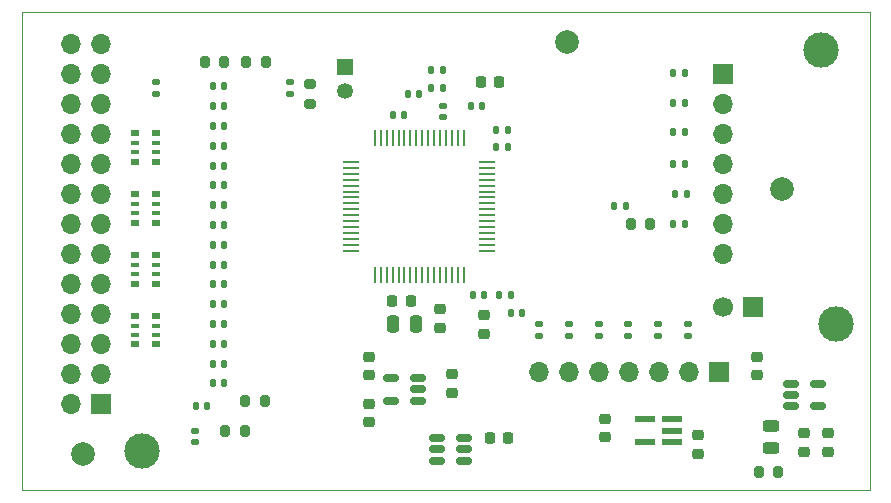
<source format=gbr>
%TF.GenerationSoftware,KiCad,Pcbnew,9.0.5-1.fc42*%
%TF.CreationDate,2025-11-11T18:34:47+01:00*%
%TF.ProjectId,bioamplifier,62696f61-6d70-46c6-9966-6965722e6b69,rev?*%
%TF.SameCoordinates,Original*%
%TF.FileFunction,Soldermask,Top*%
%TF.FilePolarity,Negative*%
%FSLAX46Y46*%
G04 Gerber Fmt 4.6, Leading zero omitted, Abs format (unit mm)*
G04 Created by KiCad (PCBNEW 9.0.5-1.fc42) date 2025-11-11 18:34:47*
%MOMM*%
%LPD*%
G01*
G04 APERTURE LIST*
G04 Aperture macros list*
%AMRoundRect*
0 Rectangle with rounded corners*
0 $1 Rounding radius*
0 $2 $3 $4 $5 $6 $7 $8 $9 X,Y pos of 4 corners*
0 Add a 4 corners polygon primitive as box body*
4,1,4,$2,$3,$4,$5,$6,$7,$8,$9,$2,$3,0*
0 Add four circle primitives for the rounded corners*
1,1,$1+$1,$2,$3*
1,1,$1+$1,$4,$5*
1,1,$1+$1,$6,$7*
1,1,$1+$1,$8,$9*
0 Add four rect primitives between the rounded corners*
20,1,$1+$1,$2,$3,$4,$5,0*
20,1,$1+$1,$4,$5,$6,$7,0*
20,1,$1+$1,$6,$7,$8,$9,0*
20,1,$1+$1,$8,$9,$2,$3,0*%
G04 Aperture macros list end*
%ADD10R,1.805236X0.612132*%
%ADD11RoundRect,0.135000X-0.185000X0.135000X-0.185000X-0.135000X0.185000X-0.135000X0.185000X0.135000X0*%
%ADD12RoundRect,0.140000X0.140000X0.170000X-0.140000X0.170000X-0.140000X-0.170000X0.140000X-0.170000X0*%
%ADD13R,0.800000X0.500000*%
%ADD14R,0.800000X0.400000*%
%ADD15C,3.000000*%
%ADD16RoundRect,0.200000X-0.200000X-0.275000X0.200000X-0.275000X0.200000X0.275000X-0.200000X0.275000X0*%
%ADD17RoundRect,0.225000X-0.250000X0.225000X-0.250000X-0.225000X0.250000X-0.225000X0.250000X0.225000X0*%
%ADD18RoundRect,0.200000X0.200000X0.275000X-0.200000X0.275000X-0.200000X-0.275000X0.200000X-0.275000X0*%
%ADD19RoundRect,0.135000X-0.135000X-0.185000X0.135000X-0.185000X0.135000X0.185000X-0.135000X0.185000X0*%
%ADD20RoundRect,0.147500X0.147500X0.172500X-0.147500X0.172500X-0.147500X-0.172500X0.147500X-0.172500X0*%
%ADD21RoundRect,0.140000X-0.170000X0.140000X-0.170000X-0.140000X0.170000X-0.140000X0.170000X0.140000X0*%
%ADD22RoundRect,0.140000X-0.140000X-0.170000X0.140000X-0.170000X0.140000X0.170000X-0.140000X0.170000X0*%
%ADD23RoundRect,0.150000X0.512500X0.150000X-0.512500X0.150000X-0.512500X-0.150000X0.512500X-0.150000X0*%
%ADD24RoundRect,0.150000X-0.512500X-0.150000X0.512500X-0.150000X0.512500X0.150000X-0.512500X0.150000X0*%
%ADD25RoundRect,0.140000X0.170000X-0.140000X0.170000X0.140000X-0.170000X0.140000X-0.170000X-0.140000X0*%
%ADD26RoundRect,0.250000X0.250000X0.475000X-0.250000X0.475000X-0.250000X-0.475000X0.250000X-0.475000X0*%
%ADD27RoundRect,0.225000X0.250000X-0.225000X0.250000X0.225000X-0.250000X0.225000X-0.250000X-0.225000X0*%
%ADD28R,1.700000X1.700000*%
%ADD29C,1.700000*%
%ADD30R,1.346200X0.279400*%
%ADD31R,0.279400X1.346200*%
%ADD32RoundRect,0.200000X0.275000X-0.200000X0.275000X0.200000X-0.275000X0.200000X-0.275000X-0.200000X0*%
%ADD33R,1.350000X1.350000*%
%ADD34C,1.350000*%
%ADD35O,1.700000X1.700000*%
%ADD36C,2.000000*%
%ADD37RoundRect,0.225000X-0.225000X-0.250000X0.225000X-0.250000X0.225000X0.250000X-0.225000X0.250000X0*%
%ADD38RoundRect,0.243750X0.456250X-0.243750X0.456250X0.243750X-0.456250X0.243750X-0.456250X-0.243750X0*%
%ADD39RoundRect,0.225000X0.225000X0.250000X-0.225000X0.250000X-0.225000X-0.250000X0.225000X-0.250000X0*%
%TA.AperFunction,Profile*%
%ADD40C,0.100000*%
%TD*%
G04 APERTURE END LIST*
D10*
%TO.C,U8*%
X105650483Y-108450001D03*
X105650483Y-107500000D03*
X105650483Y-106549999D03*
X103349517Y-106549999D03*
X103349517Y-108450001D03*
%TD*%
D11*
%TO.C,R14*%
X94385557Y-98490000D03*
X94385557Y-99510000D03*
%TD*%
D12*
%TO.C,C17*%
X67750000Y-83376709D03*
X66790000Y-83376709D03*
%TD*%
D13*
%TO.C,RN4*%
X62000000Y-84723435D03*
D14*
X62000000Y-83923435D03*
X62000000Y-83123435D03*
D13*
X62000000Y-82323435D03*
X60200000Y-82323435D03*
D14*
X60200000Y-83123435D03*
X60200000Y-83923435D03*
D13*
X60200000Y-84723435D03*
%TD*%
D15*
%TO.C,FID4*%
X60750000Y-109250000D03*
%TD*%
D16*
%TO.C,R22*%
X66100000Y-76250000D03*
X67750000Y-76250000D03*
%TD*%
D11*
%TO.C,R10*%
X104477111Y-98490000D03*
X104477111Y-99510000D03*
%TD*%
D17*
%TO.C,C5*%
X89750000Y-97725000D03*
X89750000Y-99275000D03*
%TD*%
D12*
%TO.C,C16*%
X67750000Y-88407532D03*
X66790000Y-88407532D03*
%TD*%
D18*
%TO.C,R15*%
X114650000Y-111000000D03*
X113000000Y-111000000D03*
%TD*%
D12*
%TO.C,C4*%
X89730000Y-96000000D03*
X88770000Y-96000000D03*
%TD*%
D19*
%TO.C,R7*%
X105912865Y-87422865D03*
X106932865Y-87422865D03*
%TD*%
D15*
%TO.C,FID2*%
X119500000Y-98500000D03*
%TD*%
D19*
%TO.C,R8*%
X105740000Y-90000000D03*
X106760000Y-90000000D03*
%TD*%
D12*
%TO.C,C32*%
X67750000Y-80022827D03*
X66790000Y-80022827D03*
%TD*%
D20*
%TO.C,D1*%
X101735000Y-88500000D03*
X100765000Y-88500000D03*
%TD*%
D21*
%TO.C,C23*%
X86250000Y-80020000D03*
X86250000Y-80980000D03*
%TD*%
D17*
%TO.C,C25*%
X107849517Y-107900001D03*
X107849517Y-109450001D03*
%TD*%
D12*
%TO.C,C21*%
X91980000Y-96000000D03*
X91020000Y-96000000D03*
%TD*%
%TO.C,C13*%
X67750000Y-96792236D03*
X66790000Y-96792236D03*
%TD*%
D22*
%TO.C,C20*%
X90770000Y-82000000D03*
X91730000Y-82000000D03*
%TD*%
D23*
%TO.C,U7*%
X84137500Y-104950000D03*
X84137500Y-104000000D03*
X84137500Y-103050000D03*
X81862500Y-103050000D03*
X81862500Y-104950000D03*
%TD*%
D13*
%TO.C,RN1*%
X62000000Y-100200000D03*
D14*
X62000000Y-99400000D03*
X62000000Y-98600000D03*
D13*
X62000000Y-97800000D03*
X60200000Y-97800000D03*
D14*
X60200000Y-98600000D03*
X60200000Y-99400000D03*
D13*
X60200000Y-100200000D03*
%TD*%
D22*
%TO.C,C1*%
X92020000Y-97500000D03*
X92980000Y-97500000D03*
%TD*%
D24*
%TO.C,U6*%
X115725000Y-103550000D03*
X115725000Y-104500000D03*
X115725000Y-105450000D03*
X118000000Y-105450000D03*
X118000000Y-103550000D03*
%TD*%
D11*
%TO.C,R11*%
X101954223Y-98490000D03*
X101954223Y-99510000D03*
%TD*%
D16*
%TO.C,R2*%
X67845000Y-107500000D03*
X69495000Y-107500000D03*
%TD*%
D21*
%TO.C,C37*%
X65250000Y-107520000D03*
X65250000Y-108480000D03*
%TD*%
D25*
%TO.C,C39*%
X62000000Y-78960000D03*
X62000000Y-78000000D03*
%TD*%
D12*
%TO.C,C38*%
X66305000Y-105418850D03*
X65345000Y-105418850D03*
%TD*%
%TO.C,C33*%
X67750000Y-78345886D03*
X66790000Y-78345886D03*
%TD*%
D26*
%TO.C,C9*%
X83950000Y-98500000D03*
X82050000Y-98500000D03*
%TD*%
D27*
%TO.C,C44*%
X80000000Y-102775000D03*
X80000000Y-101225000D03*
%TD*%
D12*
%TO.C,C36*%
X67750000Y-98469177D03*
X66790000Y-98469177D03*
%TD*%
D27*
%TO.C,C42*%
X87000000Y-104275000D03*
X87000000Y-102725000D03*
%TD*%
D28*
%TO.C,J5*%
X112540000Y-97000000D03*
D29*
X110000000Y-97000000D03*
%TD*%
D12*
%TO.C,C35*%
X67750000Y-91761413D03*
X66790000Y-91761413D03*
%TD*%
D17*
%TO.C,C41*%
X116862500Y-107725000D03*
X116862500Y-109275000D03*
%TD*%
D12*
%TO.C,C18*%
X67750000Y-81699768D03*
X66790000Y-81699768D03*
%TD*%
%TO.C,C26*%
X67750000Y-100146118D03*
X66790000Y-100146118D03*
%TD*%
D11*
%TO.C,R13*%
X96908446Y-98490000D03*
X96908446Y-99510000D03*
%TD*%
D12*
%TO.C,C31*%
X67750000Y-85053650D03*
X66790000Y-85053650D03*
%TD*%
%TO.C,C34*%
X67750000Y-93438354D03*
X66790000Y-93438354D03*
%TD*%
%TO.C,C14*%
X67750000Y-95115295D03*
X66790000Y-95115295D03*
%TD*%
D11*
%TO.C,R9*%
X107000000Y-98490000D03*
X107000000Y-99510000D03*
%TD*%
D30*
%TO.C,U1*%
X78471500Y-84750000D03*
X78471500Y-85249999D03*
X78471500Y-85750000D03*
X78471500Y-86249999D03*
X78471500Y-86750001D03*
X78471500Y-87250000D03*
X78471500Y-87749999D03*
X78471500Y-88250000D03*
X78471500Y-88750000D03*
X78471500Y-89250001D03*
X78471500Y-89750000D03*
X78471500Y-90249999D03*
X78471500Y-90750001D03*
X78471500Y-91250000D03*
X78471500Y-91750001D03*
X78471500Y-92250000D03*
D31*
X80500000Y-94278500D03*
X80999999Y-94278500D03*
X81500000Y-94278500D03*
X81999999Y-94278500D03*
X82500001Y-94278500D03*
X83000000Y-94278500D03*
X83499999Y-94278500D03*
X84000000Y-94278500D03*
X84500000Y-94278500D03*
X85000001Y-94278500D03*
X85500000Y-94278500D03*
X85999999Y-94278500D03*
X86500001Y-94278500D03*
X87000000Y-94278500D03*
X87500001Y-94278500D03*
X88000000Y-94278500D03*
D30*
X90028500Y-92250000D03*
X90028500Y-91750001D03*
X90028500Y-91250000D03*
X90028500Y-90750001D03*
X90028500Y-90249999D03*
X90028500Y-89750000D03*
X90028500Y-89250001D03*
X90028500Y-88750000D03*
X90028500Y-88250000D03*
X90028500Y-87749999D03*
X90028500Y-87250000D03*
X90028500Y-86750001D03*
X90028500Y-86249999D03*
X90028500Y-85750000D03*
X90028500Y-85249999D03*
X90028500Y-84750000D03*
D31*
X88000000Y-82721500D03*
X87500001Y-82721500D03*
X87000000Y-82721500D03*
X86500001Y-82721500D03*
X85999999Y-82721500D03*
X85500000Y-82721500D03*
X85000001Y-82721500D03*
X84500000Y-82721500D03*
X84000000Y-82721500D03*
X83499999Y-82721500D03*
X83000000Y-82721500D03*
X82500001Y-82721500D03*
X81999999Y-82721500D03*
X81500000Y-82721500D03*
X80999999Y-82721500D03*
X80500000Y-82721500D03*
%TD*%
D22*
%TO.C,C7*%
X85270000Y-77000000D03*
X86230000Y-77000000D03*
%TD*%
D12*
%TO.C,C11*%
X67750000Y-103500000D03*
X66790000Y-103500000D03*
%TD*%
D16*
%TO.C,R20*%
X69500000Y-105000000D03*
X71150000Y-105000000D03*
%TD*%
D32*
%TO.C,R18*%
X75000000Y-79825000D03*
X75000000Y-78175000D03*
%TD*%
D22*
%TO.C,C19*%
X90770000Y-83500000D03*
X91730000Y-83500000D03*
%TD*%
%TO.C,C22*%
X82020000Y-80750000D03*
X82980000Y-80750000D03*
%TD*%
D12*
%TO.C,C28*%
X67750000Y-86730591D03*
X66790000Y-86730591D03*
%TD*%
D19*
%TO.C,R3*%
X105740000Y-77250000D03*
X106760000Y-77250000D03*
%TD*%
D33*
%TO.C,J4*%
X78000000Y-76730000D03*
D34*
X78000000Y-78730000D03*
%TD*%
D28*
%TO.C,J3*%
X110000000Y-77300000D03*
D35*
X110000000Y-79840000D03*
X110000000Y-82380000D03*
X110000000Y-84920000D03*
X110000000Y-87460000D03*
X110000000Y-90000000D03*
X110000000Y-92540000D03*
%TD*%
D19*
%TO.C,R5*%
X105740000Y-82250000D03*
X106760000Y-82250000D03*
%TD*%
D21*
%TO.C,C30*%
X73305000Y-78000000D03*
X73305000Y-78960000D03*
%TD*%
D36*
%TO.C,H2*%
X115000000Y-87000000D03*
%TD*%
D37*
%TO.C,C3*%
X89475000Y-78000000D03*
X91025000Y-78000000D03*
%TD*%
D36*
%TO.C,H3*%
X55750000Y-109500000D03*
%TD*%
D37*
%TO.C,C46*%
X90225000Y-108087500D03*
X91775000Y-108087500D03*
%TD*%
D22*
%TO.C,C6*%
X85270000Y-78500000D03*
X86230000Y-78500000D03*
%TD*%
D17*
%TO.C,C43*%
X80000000Y-105225000D03*
X80000000Y-106775000D03*
%TD*%
%TO.C,C27*%
X112862500Y-101225000D03*
X112862500Y-102775000D03*
%TD*%
D16*
%TO.C,R17*%
X69600000Y-76250000D03*
X71250000Y-76250000D03*
%TD*%
D22*
%TO.C,C2*%
X88615000Y-80000000D03*
X89575000Y-80000000D03*
%TD*%
D15*
%TO.C,FID3*%
X118250000Y-75250000D03*
%TD*%
D24*
%TO.C,U11*%
X85725000Y-108137500D03*
X85725000Y-109087500D03*
X85725000Y-110037500D03*
X88000000Y-110037500D03*
X88000000Y-109087500D03*
X88000000Y-108137500D03*
%TD*%
D17*
%TO.C,C29*%
X118862500Y-107725000D03*
X118862500Y-109275000D03*
%TD*%
D12*
%TO.C,C12*%
X67750000Y-101823059D03*
X66790000Y-101823059D03*
%TD*%
%TO.C,C15*%
X67750000Y-90084473D03*
X66790000Y-90084473D03*
%TD*%
D11*
%TO.C,R12*%
X99431334Y-98490000D03*
X99431334Y-99510000D03*
%TD*%
D12*
%TO.C,C24*%
X84230000Y-79000000D03*
X83270000Y-79000000D03*
%TD*%
D38*
%TO.C,D2*%
X114062500Y-108937500D03*
X114062500Y-107062500D03*
%TD*%
D36*
%TO.C,H1*%
X96750000Y-74600000D03*
%TD*%
D13*
%TO.C,RN3*%
X62000000Y-95041145D03*
D14*
X62000000Y-94241145D03*
X62000000Y-93441145D03*
D13*
X62000000Y-92641145D03*
X60200000Y-92641145D03*
D14*
X60200000Y-93441145D03*
X60200000Y-94241145D03*
D13*
X60200000Y-95041145D03*
%TD*%
D39*
%TO.C,C10*%
X83525000Y-96500000D03*
X81975000Y-96500000D03*
%TD*%
D16*
%TO.C,R1*%
X102175000Y-90000000D03*
X103825000Y-90000000D03*
%TD*%
D19*
%TO.C,R6*%
X105766826Y-84904542D03*
X106786826Y-84904542D03*
%TD*%
D27*
%TO.C,C40*%
X100000000Y-108050000D03*
X100000000Y-106500000D03*
%TD*%
D17*
%TO.C,C8*%
X86000000Y-97225000D03*
X86000000Y-98775000D03*
%TD*%
D19*
%TO.C,R4*%
X105750000Y-79750000D03*
X106770000Y-79750000D03*
%TD*%
D13*
%TO.C,RN2*%
X62000000Y-89882290D03*
D14*
X62000000Y-89082290D03*
X62000000Y-88282290D03*
D13*
X62000000Y-87482290D03*
X60200000Y-87482290D03*
D14*
X60200000Y-88282290D03*
X60200000Y-89082290D03*
D13*
X60200000Y-89882290D03*
%TD*%
D28*
%TO.C,J1*%
X109620000Y-102500000D03*
D35*
X107080000Y-102500000D03*
X104540000Y-102500000D03*
X102000000Y-102500000D03*
X99460000Y-102500000D03*
X96920000Y-102500000D03*
X94380000Y-102500000D03*
%TD*%
D28*
%TO.C,J2*%
X57340000Y-105260000D03*
D35*
X54800000Y-105260000D03*
X57340000Y-102720000D03*
X54800000Y-102720000D03*
X57340000Y-100180000D03*
X54800000Y-100180000D03*
X57340000Y-97640000D03*
X54800000Y-97640000D03*
X57340000Y-95100000D03*
X54800000Y-95100000D03*
X57340000Y-92560000D03*
X54800000Y-92560000D03*
X57340000Y-90020000D03*
X54800000Y-90020000D03*
X57340000Y-87480000D03*
X54800000Y-87480000D03*
X57340000Y-84940000D03*
X54800000Y-84940000D03*
X57340000Y-82400000D03*
X54800000Y-82400000D03*
X57340000Y-79860000D03*
X54800000Y-79860000D03*
X57340000Y-77320000D03*
X54800000Y-77320000D03*
X57340000Y-74780000D03*
X54800000Y-74780000D03*
%TD*%
D40*
X50601596Y-72042903D02*
X122375000Y-72042903D01*
X122375000Y-112556276D01*
X50601596Y-112556276D01*
X50601596Y-72042903D01*
M02*

</source>
